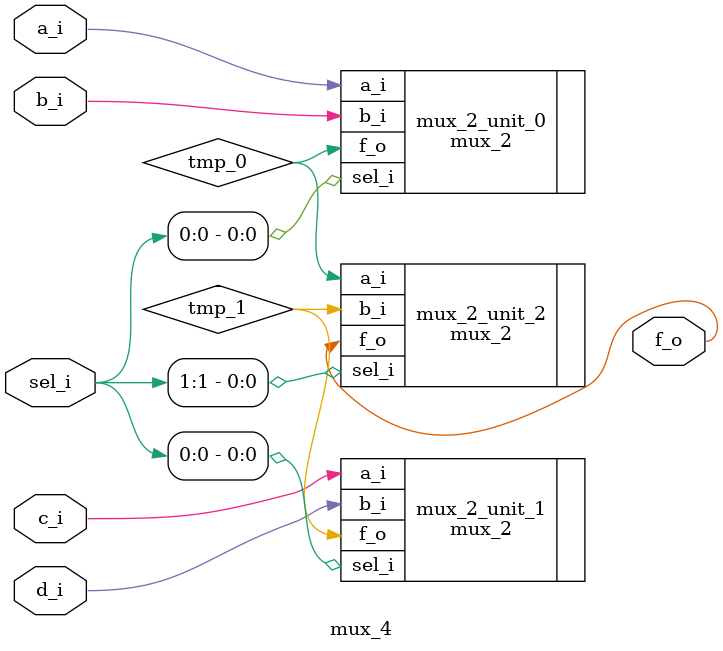
<source format=sv>
/*******************************************************************************
Creator:        Hai Cao Xuan - Joachim Cao (caoxuanhaipr@gmail.com)

Additional Contributions by:

File Name:      mux_4.sv
Design Name:    4-1 Multiplexer
Project Name:   Example
Description:    A 4-1 multiplexer to demonstrate
                Gate-level Combinational Modeling

Changelog:      2022.07.07 - first draft

********************************************************************************
Copyright (c) 2022 Hai Cao Xuan
*******************************************************************************/

`default_nettype none

module mux_4 (
  // input
  input logic        a_i,
  input logic        b_i,
  input logic        c_i,
  input logic        d_i,
  input logic [1:0]  sel_i,

  // output
  output logic       f_o
);

  // local declaration
  logic tmp_0;
  logic tmp_1;

  // combinational logic
  mux_2 mux_2_unit_0 (
    .a_i   (a_i),
    .b_i   (b_i),
    .sel_i (sel_i[0]),
    .f_o   (tmp_0)
  );

  mux_2 mux_2_unit_1 (
    .a_i   (c_i),
    .b_i   (d_i),
    .sel_i (sel_i[0]),
    .f_o   (tmp_1)
  );

  mux_2 mux_2_unit_2 (
    .a_i   (tmp_0),
    .b_i   (tmp_1),
    .sel_i (sel_i[1]),
    .f_o   (f_o)
  );

endmodule : mux_4

</source>
